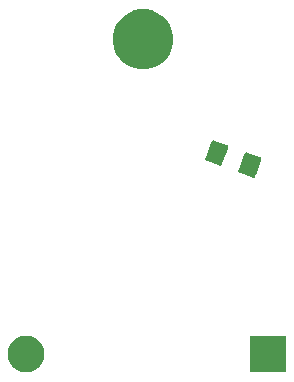
<source format=gts>
G04 #@! TF.GenerationSoftware,KiCad,Pcbnew,(5.0.2)-1*
G04 #@! TF.CreationDate,2020-01-21T20:41:25+01:00*
G04 #@! TF.ProjectId,dragon,64726167-6f6e-42e6-9b69-6361645f7063,rev?*
G04 #@! TF.SameCoordinates,Original*
G04 #@! TF.FileFunction,Soldermask,Top*
G04 #@! TF.FilePolarity,Negative*
%FSLAX46Y46*%
G04 Gerber Fmt 4.6, Leading zero omitted, Abs format (unit mm)*
G04 Created by KiCad (PCBNEW (5.0.2)-1) date 1/21/2020 8:41:25 PM*
%MOMM*%
%LPD*%
G01*
G04 APERTURE LIST*
%ADD10C,0.100000*%
G04 APERTURE END LIST*
D10*
G36*
X172112000Y-108191000D02*
X169010000Y-108191000D01*
X169010000Y-105089000D01*
X172112000Y-105089000D01*
X172112000Y-108191000D01*
X172112000Y-108191000D01*
G37*
G36*
X150423527Y-105128736D02*
X150523410Y-105148604D01*
X150805674Y-105265521D01*
X151059705Y-105435259D01*
X151275741Y-105651295D01*
X151445479Y-105905326D01*
X151562396Y-106187590D01*
X151622000Y-106487240D01*
X151622000Y-106792760D01*
X151562396Y-107092410D01*
X151445479Y-107374674D01*
X151275741Y-107628705D01*
X151059705Y-107844741D01*
X150805674Y-108014479D01*
X150523410Y-108131396D01*
X150423527Y-108151264D01*
X150223762Y-108191000D01*
X149918238Y-108191000D01*
X149718473Y-108151264D01*
X149618590Y-108131396D01*
X149336326Y-108014479D01*
X149082295Y-107844741D01*
X148866259Y-107628705D01*
X148696521Y-107374674D01*
X148579604Y-107092410D01*
X148520000Y-106792760D01*
X148520000Y-106487240D01*
X148579604Y-106187590D01*
X148696521Y-105905326D01*
X148866259Y-105651295D01*
X149082295Y-105435259D01*
X149336326Y-105265521D01*
X149618590Y-105148604D01*
X149718473Y-105128736D01*
X149918238Y-105089000D01*
X150223762Y-105089000D01*
X150423527Y-105128736D01*
X150423527Y-105128736D01*
G37*
G36*
X168776985Y-89562850D02*
X168818306Y-89573440D01*
X168888787Y-89599093D01*
X169820220Y-89938106D01*
X169820226Y-89938109D01*
X169890702Y-89963760D01*
X169929162Y-89982207D01*
X169958353Y-90004105D01*
X169982712Y-90031277D01*
X170001303Y-90062681D01*
X170013409Y-90097107D01*
X170018566Y-90133229D01*
X170016577Y-90169670D01*
X170005988Y-90210984D01*
X169980337Y-90281460D01*
X169980334Y-90281471D01*
X169595277Y-91339404D01*
X169504510Y-91588784D01*
X169486061Y-91627246D01*
X169464164Y-91656437D01*
X169436991Y-91680796D01*
X169405591Y-91699384D01*
X169371160Y-91711493D01*
X169335040Y-91716649D01*
X169298601Y-91714660D01*
X169257280Y-91704070D01*
X169088725Y-91642721D01*
X168255366Y-91339404D01*
X168255360Y-91339401D01*
X168184884Y-91313750D01*
X168146424Y-91295303D01*
X168117233Y-91273405D01*
X168092874Y-91246233D01*
X168074283Y-91214829D01*
X168062177Y-91180403D01*
X168057020Y-91144281D01*
X168059009Y-91107840D01*
X168069598Y-91066526D01*
X168095249Y-90996050D01*
X168095252Y-90996039D01*
X168545423Y-89759206D01*
X168545425Y-89759203D01*
X168571076Y-89688726D01*
X168589525Y-89650264D01*
X168611422Y-89621073D01*
X168638595Y-89596714D01*
X168669995Y-89578126D01*
X168704426Y-89566017D01*
X168740546Y-89560861D01*
X168776985Y-89562850D01*
X168776985Y-89562850D01*
G37*
G36*
X165981399Y-88545340D02*
X166022720Y-88555930D01*
X166093201Y-88581583D01*
X167024634Y-88920596D01*
X167024640Y-88920599D01*
X167095116Y-88946250D01*
X167133576Y-88964697D01*
X167162767Y-88986595D01*
X167187126Y-89013767D01*
X167205717Y-89045171D01*
X167217823Y-89079597D01*
X167222980Y-89115719D01*
X167220991Y-89152160D01*
X167210402Y-89193474D01*
X167184751Y-89263950D01*
X167184748Y-89263961D01*
X166799691Y-90321894D01*
X166708924Y-90571274D01*
X166690475Y-90609736D01*
X166668578Y-90638927D01*
X166641405Y-90663286D01*
X166610005Y-90681874D01*
X166575574Y-90693983D01*
X166539454Y-90699139D01*
X166503015Y-90697150D01*
X166461694Y-90686560D01*
X166293139Y-90625211D01*
X165459780Y-90321894D01*
X165459774Y-90321891D01*
X165389298Y-90296240D01*
X165350838Y-90277793D01*
X165321647Y-90255895D01*
X165297288Y-90228723D01*
X165278697Y-90197319D01*
X165266591Y-90162893D01*
X165261434Y-90126771D01*
X165263423Y-90090330D01*
X165274012Y-90049016D01*
X165299663Y-89978540D01*
X165299666Y-89978529D01*
X165749837Y-88741696D01*
X165749839Y-88741693D01*
X165775490Y-88671216D01*
X165793939Y-88632754D01*
X165815836Y-88603563D01*
X165843009Y-88579204D01*
X165874409Y-88560616D01*
X165908840Y-88548507D01*
X165944960Y-88543351D01*
X165981399Y-88545340D01*
X165981399Y-88545340D01*
G37*
G36*
X160744096Y-77547033D02*
X160744098Y-77547034D01*
X160744099Y-77547034D01*
X161208352Y-77739333D01*
X161624284Y-78017250D01*
X161626171Y-78018511D01*
X161981489Y-78373829D01*
X161981491Y-78373832D01*
X162260667Y-78791648D01*
X162452966Y-79255901D01*
X162551000Y-79748748D01*
X162551000Y-80251252D01*
X162452966Y-80744099D01*
X162260667Y-81208352D01*
X161982750Y-81624284D01*
X161981489Y-81626171D01*
X161626171Y-81981489D01*
X161626168Y-81981491D01*
X161208352Y-82260667D01*
X160744099Y-82452966D01*
X160744098Y-82452966D01*
X160744096Y-82452967D01*
X160251253Y-82551000D01*
X159748747Y-82551000D01*
X159255904Y-82452967D01*
X159255902Y-82452966D01*
X159255901Y-82452966D01*
X158791648Y-82260667D01*
X158373832Y-81981491D01*
X158373829Y-81981489D01*
X158018511Y-81626171D01*
X158017250Y-81624284D01*
X157739333Y-81208352D01*
X157547034Y-80744099D01*
X157449000Y-80251252D01*
X157449000Y-79748748D01*
X157547034Y-79255901D01*
X157739333Y-78791648D01*
X158018509Y-78373832D01*
X158018511Y-78373829D01*
X158373829Y-78018511D01*
X158375716Y-78017250D01*
X158791648Y-77739333D01*
X159255901Y-77547034D01*
X159255902Y-77547034D01*
X159255904Y-77547033D01*
X159748747Y-77449000D01*
X160251253Y-77449000D01*
X160744096Y-77547033D01*
X160744096Y-77547033D01*
G37*
M02*

</source>
